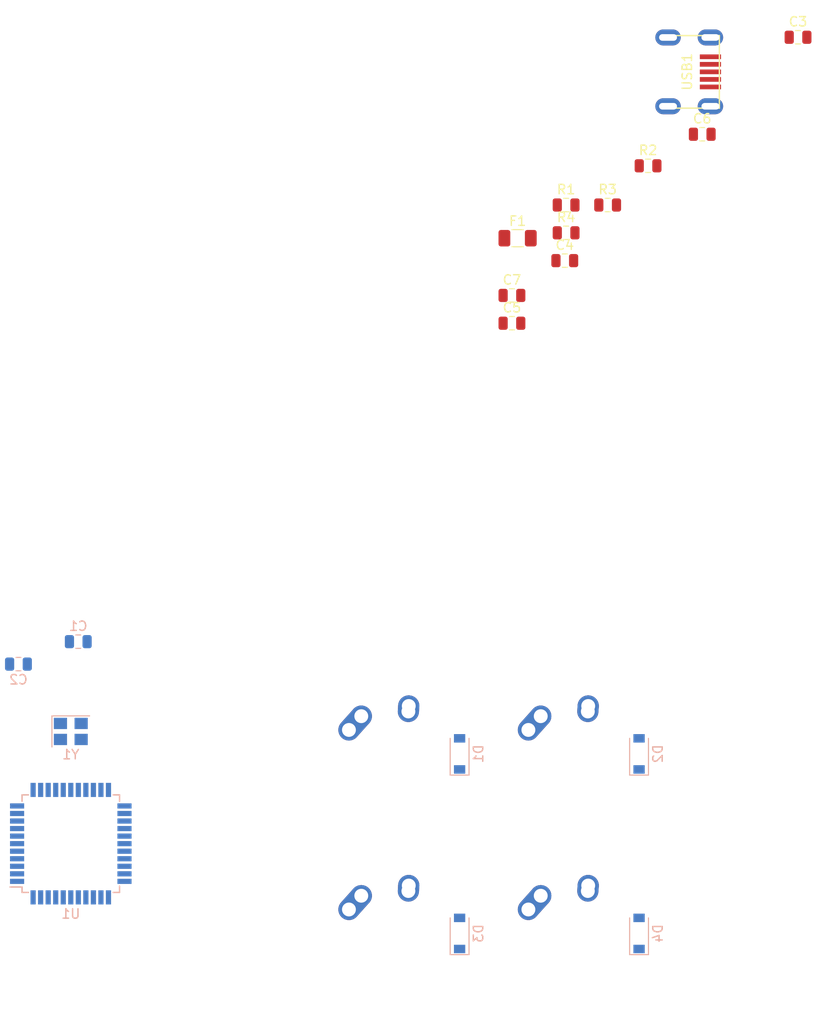
<source format=kicad_pcb>
(kicad_pcb (version 20171130) (host pcbnew "(5.1.4)-1")

  (general
    (thickness 1.6)
    (drawings 0)
    (tracks 0)
    (zones 0)
    (modules 23)
    (nets 49)
  )

  (page A4)
  (layers
    (0 F.Cu signal)
    (31 B.Cu signal)
    (32 B.Adhes user)
    (33 F.Adhes user)
    (34 B.Paste user)
    (35 F.Paste user)
    (36 B.SilkS user)
    (37 F.SilkS user)
    (38 B.Mask user)
    (39 F.Mask user)
    (40 Dwgs.User user)
    (41 Cmts.User user)
    (42 Eco1.User user)
    (43 Eco2.User user)
    (44 Edge.Cuts user)
    (45 Margin user)
    (46 B.CrtYd user)
    (47 F.CrtYd user)
    (48 B.Fab user)
    (49 F.Fab user)
  )

  (setup
    (last_trace_width 0.25)
    (trace_clearance 0.2)
    (zone_clearance 0.508)
    (zone_45_only no)
    (trace_min 0.2)
    (via_size 0.8)
    (via_drill 0.4)
    (via_min_size 0.4)
    (via_min_drill 0.3)
    (uvia_size 0.3)
    (uvia_drill 0.1)
    (uvias_allowed no)
    (uvia_min_size 0.2)
    (uvia_min_drill 0.1)
    (edge_width 0.05)
    (segment_width 0.2)
    (pcb_text_width 0.3)
    (pcb_text_size 1.5 1.5)
    (mod_edge_width 0.12)
    (mod_text_size 1 1)
    (mod_text_width 0.15)
    (pad_size 1.524 1.524)
    (pad_drill 0.762)
    (pad_to_mask_clearance 0.051)
    (solder_mask_min_width 0.25)
    (aux_axis_origin 0 0)
    (visible_elements FFFFFF7F)
    (pcbplotparams
      (layerselection 0x010fc_ffffffff)
      (usegerberextensions false)
      (usegerberattributes false)
      (usegerberadvancedattributes false)
      (creategerberjobfile false)
      (excludeedgelayer true)
      (linewidth 0.100000)
      (plotframeref false)
      (viasonmask false)
      (mode 1)
      (useauxorigin false)
      (hpglpennumber 1)
      (hpglpenspeed 20)
      (hpglpendiameter 15.000000)
      (psnegative false)
      (psa4output false)
      (plotreference true)
      (plotvalue true)
      (plotinvisibletext false)
      (padsonsilk false)
      (subtractmaskfromsilk false)
      (outputformat 1)
      (mirror false)
      (drillshape 1)
      (scaleselection 1)
      (outputdirectory ""))
  )

  (net 0 "")
  (net 1 GND)
  (net 2 "Net-(C1-Pad1)")
  (net 3 "Net-(C2-Pad1)")
  (net 4 "Net-(C3-Pad1)")
  (net 5 +5V)
  (net 6 "Net-(D1-Pad2)")
  (net 7 ROW0)
  (net 8 "Net-(D2-Pad2)")
  (net 9 "Net-(D3-Pad2)")
  (net 10 ROW1)
  (net 11 "Net-(D4-Pad2)")
  (net 12 VCC)
  (net 13 COL0)
  (net 14 COL1)
  (net 15 "Net-(R1-Pad2)")
  (net 16 D+)
  (net 17 "Net-(R2-Pad1)")
  (net 18 D-)
  (net 19 "Net-(R3-Pad1)")
  (net 20 "Net-(R4-Pad2)")
  (net 21 "Net-(U1-Pad42)")
  (net 22 "Net-(U1-Pad41)")
  (net 23 "Net-(U1-Pad40)")
  (net 24 "Net-(U1-Pad39)")
  (net 25 "Net-(U1-Pad38)")
  (net 26 "Net-(U1-Pad37)")
  (net 27 "Net-(U1-Pad36)")
  (net 28 "Net-(U1-Pad32)")
  (net 29 "Net-(U1-Pad31)")
  (net 30 "Net-(U1-Pad30)")
  (net 31 "Net-(U1-Pad29)")
  (net 32 "Net-(U1-Pad28)")
  (net 33 "Net-(U1-Pad27)")
  (net 34 "Net-(U1-Pad26)")
  (net 35 "Net-(U1-Pad25)")
  (net 36 "Net-(U1-Pad22)")
  (net 37 "Net-(U1-Pad21)")
  (net 38 "Net-(U1-Pad20)")
  (net 39 "Net-(U1-Pad19)")
  (net 40 "Net-(U1-Pad18)")
  (net 41 "Net-(U1-Pad12)")
  (net 42 "Net-(U1-Pad11)")
  (net 43 "Net-(U1-Pad10)")
  (net 44 "Net-(U1-Pad9)")
  (net 45 "Net-(U1-Pad8)")
  (net 46 "Net-(U1-Pad1)")
  (net 47 "Net-(USB1-Pad6)")
  (net 48 "Net-(USB1-Pad2)")

  (net_class Default "This is the default net class."
    (clearance 0.2)
    (trace_width 0.25)
    (via_dia 0.8)
    (via_drill 0.4)
    (uvia_dia 0.3)
    (uvia_drill 0.1)
    (add_net +5V)
    (add_net COL0)
    (add_net COL1)
    (add_net D+)
    (add_net D-)
    (add_net GND)
    (add_net "Net-(C1-Pad1)")
    (add_net "Net-(C2-Pad1)")
    (add_net "Net-(C3-Pad1)")
    (add_net "Net-(D1-Pad2)")
    (add_net "Net-(D2-Pad2)")
    (add_net "Net-(D3-Pad2)")
    (add_net "Net-(D4-Pad2)")
    (add_net "Net-(R1-Pad2)")
    (add_net "Net-(R2-Pad1)")
    (add_net "Net-(R3-Pad1)")
    (add_net "Net-(R4-Pad2)")
    (add_net "Net-(U1-Pad1)")
    (add_net "Net-(U1-Pad10)")
    (add_net "Net-(U1-Pad11)")
    (add_net "Net-(U1-Pad12)")
    (add_net "Net-(U1-Pad18)")
    (add_net "Net-(U1-Pad19)")
    (add_net "Net-(U1-Pad20)")
    (add_net "Net-(U1-Pad21)")
    (add_net "Net-(U1-Pad22)")
    (add_net "Net-(U1-Pad25)")
    (add_net "Net-(U1-Pad26)")
    (add_net "Net-(U1-Pad27)")
    (add_net "Net-(U1-Pad28)")
    (add_net "Net-(U1-Pad29)")
    (add_net "Net-(U1-Pad30)")
    (add_net "Net-(U1-Pad31)")
    (add_net "Net-(U1-Pad32)")
    (add_net "Net-(U1-Pad36)")
    (add_net "Net-(U1-Pad37)")
    (add_net "Net-(U1-Pad38)")
    (add_net "Net-(U1-Pad39)")
    (add_net "Net-(U1-Pad40)")
    (add_net "Net-(U1-Pad41)")
    (add_net "Net-(U1-Pad42)")
    (add_net "Net-(U1-Pad8)")
    (add_net "Net-(U1-Pad9)")
    (add_net "Net-(USB1-Pad2)")
    (add_net "Net-(USB1-Pad6)")
    (add_net ROW0)
    (add_net ROW1)
    (add_net VCC)
  )

  (module Crystal:Crystal_SMD_3225-4Pin_3.2x2.5mm (layer B.Cu) (tedit 5A0FD1B2) (tstamp 640EB3CF)
    (at 23.8125 99.21875)
    (descr "SMD Crystal SERIES SMD3225/4 http://www.txccrystal.com/images/pdf/7m-accuracy.pdf, 3.2x2.5mm^2 package")
    (tags "SMD SMT crystal")
    (path /64114216)
    (attr smd)
    (fp_text reference Y1 (at 0 2.45) (layer B.SilkS)
      (effects (font (size 1 1) (thickness 0.15)) (justify mirror))
    )
    (fp_text value 16MHz (at 0 -2.45) (layer B.Fab)
      (effects (font (size 1 1) (thickness 0.15)) (justify mirror))
    )
    (fp_line (start 2.1 1.7) (end -2.1 1.7) (layer B.CrtYd) (width 0.05))
    (fp_line (start 2.1 -1.7) (end 2.1 1.7) (layer B.CrtYd) (width 0.05))
    (fp_line (start -2.1 -1.7) (end 2.1 -1.7) (layer B.CrtYd) (width 0.05))
    (fp_line (start -2.1 1.7) (end -2.1 -1.7) (layer B.CrtYd) (width 0.05))
    (fp_line (start -2 -1.65) (end 2 -1.65) (layer B.SilkS) (width 0.12))
    (fp_line (start -2 1.65) (end -2 -1.65) (layer B.SilkS) (width 0.12))
    (fp_line (start -1.6 -0.25) (end -0.6 -1.25) (layer B.Fab) (width 0.1))
    (fp_line (start 1.6 1.25) (end -1.6 1.25) (layer B.Fab) (width 0.1))
    (fp_line (start 1.6 -1.25) (end 1.6 1.25) (layer B.Fab) (width 0.1))
    (fp_line (start -1.6 -1.25) (end 1.6 -1.25) (layer B.Fab) (width 0.1))
    (fp_line (start -1.6 1.25) (end -1.6 -1.25) (layer B.Fab) (width 0.1))
    (fp_text user %R (at 0 0) (layer B.Fab)
      (effects (font (size 0.7 0.7) (thickness 0.105)) (justify mirror))
    )
    (pad 4 smd rect (at -1.1 0.85) (size 1.4 1.2) (layers B.Cu B.Paste B.Mask)
      (net 1 GND))
    (pad 3 smd rect (at 1.1 0.85) (size 1.4 1.2) (layers B.Cu B.Paste B.Mask)
      (net 3 "Net-(C2-Pad1)"))
    (pad 2 smd rect (at 1.1 -0.85) (size 1.4 1.2) (layers B.Cu B.Paste B.Mask)
      (net 1 GND))
    (pad 1 smd rect (at -1.1 -0.85) (size 1.4 1.2) (layers B.Cu B.Paste B.Mask)
      (net 2 "Net-(C1-Pad1)"))
    (model ${KISYS3DMOD}/Crystal.3dshapes/Crystal_SMD_3225-4Pin_3.2x2.5mm.wrl
      (at (xyz 0 0 0))
      (scale (xyz 1 1 1))
      (rotate (xyz 0 0 0))
    )
  )

  (module random-keyboard-parts:Molex-0548190589 (layer F.Cu) (tedit 5C494815) (tstamp 640EB3BB)
    (at 87.21375 29.23825)
    (path /64127254)
    (attr smd)
    (fp_text reference USB1 (at 2.032 0 90) (layer F.SilkS)
      (effects (font (size 1 1) (thickness 0.15)))
    )
    (fp_text value Molex-0548190589 (at -5.08 0 90) (layer Dwgs.User)
      (effects (font (size 1 1) (thickness 0.15)))
    )
    (fp_text user %R (at 2 0 90) (layer F.CrtYd)
      (effects (font (size 1 1) (thickness 0.15)))
    )
    (fp_line (start 3.25 -1.25) (end 5.5 -1.25) (layer F.CrtYd) (width 0.15))
    (fp_line (start 5.5 -0.5) (end 3.25 -0.5) (layer F.CrtYd) (width 0.15))
    (fp_line (start 3.25 0.5) (end 5.5 0.5) (layer F.CrtYd) (width 0.15))
    (fp_line (start 5.5 1.25) (end 3.25 1.25) (layer F.CrtYd) (width 0.15))
    (fp_line (start 3.25 2) (end 5.5 2) (layer F.CrtYd) (width 0.15))
    (fp_line (start 3.25 -2) (end 3.25 2) (layer F.CrtYd) (width 0.15))
    (fp_line (start 5.5 -2) (end 3.25 -2) (layer F.CrtYd) (width 0.15))
    (fp_line (start -3.75 3.75) (end -3.75 -3.75) (layer F.CrtYd) (width 0.15))
    (fp_line (start 5.5 3.75) (end -3.75 3.75) (layer F.CrtYd) (width 0.15))
    (fp_line (start 5.5 -3.75) (end 5.5 3.75) (layer F.CrtYd) (width 0.15))
    (fp_line (start -3.75 -3.75) (end 5.5 -3.75) (layer F.CrtYd) (width 0.15))
    (fp_line (start 0 -3.85) (end 5.45 -3.85) (layer F.SilkS) (width 0.15))
    (fp_line (start 0 3.85) (end 5.45 3.85) (layer F.SilkS) (width 0.15))
    (fp_line (start 5.45 -3.85) (end 5.45 3.85) (layer F.SilkS) (width 0.15))
    (fp_line (start -3.75 -3.85) (end 0 -3.85) (layer Dwgs.User) (width 0.15))
    (fp_line (start -3.75 3.85) (end 0 3.85) (layer Dwgs.User) (width 0.15))
    (fp_line (start -1.75 -4.572) (end -1.75 4.572) (layer Dwgs.User) (width 0.15))
    (fp_line (start -3.75 -3.85) (end -3.75 3.85) (layer Dwgs.User) (width 0.15))
    (pad 6 thru_hole oval (at 0 -3.65) (size 2.7 1.7) (drill oval 1.9 0.7) (layers *.Cu *.Mask)
      (net 47 "Net-(USB1-Pad6)"))
    (pad 6 thru_hole oval (at 0 3.65) (size 2.7 1.7) (drill oval 1.9 0.7) (layers *.Cu *.Mask)
      (net 47 "Net-(USB1-Pad6)"))
    (pad 6 thru_hole oval (at 4.5 3.65) (size 2.7 1.7) (drill oval 1.9 0.7) (layers *.Cu *.Mask)
      (net 47 "Net-(USB1-Pad6)"))
    (pad 6 thru_hole oval (at 4.5 -3.65) (size 2.7 1.7) (drill oval 1.9 0.7) (layers *.Cu *.Mask)
      (net 47 "Net-(USB1-Pad6)"))
    (pad 5 smd rect (at 4.5 -1.6) (size 2.25 0.5) (layers F.Cu F.Paste F.Mask)
      (net 12 VCC))
    (pad 4 smd rect (at 4.5 -0.8) (size 2.25 0.5) (layers F.Cu F.Paste F.Mask)
      (net 18 D-))
    (pad 3 smd rect (at 4.5 0) (size 2.25 0.5) (layers F.Cu F.Paste F.Mask)
      (net 16 D+))
    (pad 2 smd rect (at 4.5 0.8) (size 2.25 0.5) (layers F.Cu F.Paste F.Mask)
      (net 48 "Net-(USB1-Pad2)"))
    (pad 1 smd rect (at 4.5 1.6) (size 2.25 0.5) (layers F.Cu F.Paste F.Mask)
      (net 1 GND))
  )

  (module Package_QFP:TQFP-44_10x10mm_P0.8mm (layer B.Cu) (tedit 5A02F146) (tstamp 640EB39B)
    (at 23.8125 111.125)
    (descr "44-Lead Plastic Thin Quad Flatpack (PT) - 10x10x1.0 mm Body [TQFP] (see Microchip Packaging Specification 00000049BS.pdf)")
    (tags "QFP 0.8")
    (path /640E584A)
    (attr smd)
    (fp_text reference U1 (at 0 7.45) (layer B.SilkS)
      (effects (font (size 1 1) (thickness 0.15)) (justify mirror))
    )
    (fp_text value ATmega32U4-AU (at 0 -7.45) (layer B.Fab)
      (effects (font (size 1 1) (thickness 0.15)) (justify mirror))
    )
    (fp_line (start -5.175 4.6) (end -6.45 4.6) (layer B.SilkS) (width 0.15))
    (fp_line (start 5.175 5.175) (end 4.5 5.175) (layer B.SilkS) (width 0.15))
    (fp_line (start 5.175 -5.175) (end 4.5 -5.175) (layer B.SilkS) (width 0.15))
    (fp_line (start -5.175 -5.175) (end -4.5 -5.175) (layer B.SilkS) (width 0.15))
    (fp_line (start -5.175 5.175) (end -4.5 5.175) (layer B.SilkS) (width 0.15))
    (fp_line (start -5.175 -5.175) (end -5.175 -4.5) (layer B.SilkS) (width 0.15))
    (fp_line (start 5.175 -5.175) (end 5.175 -4.5) (layer B.SilkS) (width 0.15))
    (fp_line (start 5.175 5.175) (end 5.175 4.5) (layer B.SilkS) (width 0.15))
    (fp_line (start -5.175 5.175) (end -5.175 4.6) (layer B.SilkS) (width 0.15))
    (fp_line (start -6.7 -6.7) (end 6.7 -6.7) (layer B.CrtYd) (width 0.05))
    (fp_line (start -6.7 6.7) (end 6.7 6.7) (layer B.CrtYd) (width 0.05))
    (fp_line (start 6.7 6.7) (end 6.7 -6.7) (layer B.CrtYd) (width 0.05))
    (fp_line (start -6.7 6.7) (end -6.7 -6.7) (layer B.CrtYd) (width 0.05))
    (fp_line (start -5 4) (end -4 5) (layer B.Fab) (width 0.15))
    (fp_line (start -5 -5) (end -5 4) (layer B.Fab) (width 0.15))
    (fp_line (start 5 -5) (end -5 -5) (layer B.Fab) (width 0.15))
    (fp_line (start 5 5) (end 5 -5) (layer B.Fab) (width 0.15))
    (fp_line (start -4 5) (end 5 5) (layer B.Fab) (width 0.15))
    (fp_text user %R (at 0 0) (layer B.Fab)
      (effects (font (size 1 1) (thickness 0.15)) (justify mirror))
    )
    (pad 44 smd rect (at -4 5.7 270) (size 1.5 0.55) (layers B.Cu B.Paste B.Mask)
      (net 5 +5V))
    (pad 43 smd rect (at -3.2 5.7 270) (size 1.5 0.55) (layers B.Cu B.Paste B.Mask)
      (net 1 GND))
    (pad 42 smd rect (at -2.4 5.7 270) (size 1.5 0.55) (layers B.Cu B.Paste B.Mask)
      (net 21 "Net-(U1-Pad42)"))
    (pad 41 smd rect (at -1.6 5.7 270) (size 1.5 0.55) (layers B.Cu B.Paste B.Mask)
      (net 22 "Net-(U1-Pad41)"))
    (pad 40 smd rect (at -0.8 5.7 270) (size 1.5 0.55) (layers B.Cu B.Paste B.Mask)
      (net 23 "Net-(U1-Pad40)"))
    (pad 39 smd rect (at 0 5.7 270) (size 1.5 0.55) (layers B.Cu B.Paste B.Mask)
      (net 24 "Net-(U1-Pad39)"))
    (pad 38 smd rect (at 0.8 5.7 270) (size 1.5 0.55) (layers B.Cu B.Paste B.Mask)
      (net 25 "Net-(U1-Pad38)"))
    (pad 37 smd rect (at 1.6 5.7 270) (size 1.5 0.55) (layers B.Cu B.Paste B.Mask)
      (net 26 "Net-(U1-Pad37)"))
    (pad 36 smd rect (at 2.4 5.7 270) (size 1.5 0.55) (layers B.Cu B.Paste B.Mask)
      (net 27 "Net-(U1-Pad36)"))
    (pad 35 smd rect (at 3.2 5.7 270) (size 1.5 0.55) (layers B.Cu B.Paste B.Mask)
      (net 1 GND))
    (pad 34 smd rect (at 4 5.7 270) (size 1.5 0.55) (layers B.Cu B.Paste B.Mask)
      (net 5 +5V))
    (pad 33 smd rect (at 5.7 4) (size 1.5 0.55) (layers B.Cu B.Paste B.Mask)
      (net 20 "Net-(R4-Pad2)"))
    (pad 32 smd rect (at 5.7 3.2) (size 1.5 0.55) (layers B.Cu B.Paste B.Mask)
      (net 28 "Net-(U1-Pad32)"))
    (pad 31 smd rect (at 5.7 2.4) (size 1.5 0.55) (layers B.Cu B.Paste B.Mask)
      (net 29 "Net-(U1-Pad31)"))
    (pad 30 smd rect (at 5.7 1.6) (size 1.5 0.55) (layers B.Cu B.Paste B.Mask)
      (net 30 "Net-(U1-Pad30)"))
    (pad 29 smd rect (at 5.7 0.8) (size 1.5 0.55) (layers B.Cu B.Paste B.Mask)
      (net 31 "Net-(U1-Pad29)"))
    (pad 28 smd rect (at 5.7 0) (size 1.5 0.55) (layers B.Cu B.Paste B.Mask)
      (net 32 "Net-(U1-Pad28)"))
    (pad 27 smd rect (at 5.7 -0.8) (size 1.5 0.55) (layers B.Cu B.Paste B.Mask)
      (net 33 "Net-(U1-Pad27)"))
    (pad 26 smd rect (at 5.7 -1.6) (size 1.5 0.55) (layers B.Cu B.Paste B.Mask)
      (net 34 "Net-(U1-Pad26)"))
    (pad 25 smd rect (at 5.7 -2.4) (size 1.5 0.55) (layers B.Cu B.Paste B.Mask)
      (net 35 "Net-(U1-Pad25)"))
    (pad 24 smd rect (at 5.7 -3.2) (size 1.5 0.55) (layers B.Cu B.Paste B.Mask)
      (net 5 +5V))
    (pad 23 smd rect (at 5.7 -4) (size 1.5 0.55) (layers B.Cu B.Paste B.Mask)
      (net 1 GND))
    (pad 22 smd rect (at 4 -5.7 270) (size 1.5 0.55) (layers B.Cu B.Paste B.Mask)
      (net 36 "Net-(U1-Pad22)"))
    (pad 21 smd rect (at 3.2 -5.7 270) (size 1.5 0.55) (layers B.Cu B.Paste B.Mask)
      (net 37 "Net-(U1-Pad21)"))
    (pad 20 smd rect (at 2.4 -5.7 270) (size 1.5 0.55) (layers B.Cu B.Paste B.Mask)
      (net 38 "Net-(U1-Pad20)"))
    (pad 19 smd rect (at 1.6 -5.7 270) (size 1.5 0.55) (layers B.Cu B.Paste B.Mask)
      (net 39 "Net-(U1-Pad19)"))
    (pad 18 smd rect (at 0.8 -5.7 270) (size 1.5 0.55) (layers B.Cu B.Paste B.Mask)
      (net 40 "Net-(U1-Pad18)"))
    (pad 17 smd rect (at 0 -5.7 270) (size 1.5 0.55) (layers B.Cu B.Paste B.Mask)
      (net 2 "Net-(C1-Pad1)"))
    (pad 16 smd rect (at -0.8 -5.7 270) (size 1.5 0.55) (layers B.Cu B.Paste B.Mask)
      (net 3 "Net-(C2-Pad1)"))
    (pad 15 smd rect (at -1.6 -5.7 270) (size 1.5 0.55) (layers B.Cu B.Paste B.Mask)
      (net 1 GND))
    (pad 14 smd rect (at -2.4 -5.7 270) (size 1.5 0.55) (layers B.Cu B.Paste B.Mask)
      (net 5 +5V))
    (pad 13 smd rect (at -3.2 -5.7 270) (size 1.5 0.55) (layers B.Cu B.Paste B.Mask)
      (net 15 "Net-(R1-Pad2)"))
    (pad 12 smd rect (at -4 -5.7 270) (size 1.5 0.55) (layers B.Cu B.Paste B.Mask)
      (net 41 "Net-(U1-Pad12)"))
    (pad 11 smd rect (at -5.7 -4) (size 1.5 0.55) (layers B.Cu B.Paste B.Mask)
      (net 42 "Net-(U1-Pad11)"))
    (pad 10 smd rect (at -5.7 -3.2) (size 1.5 0.55) (layers B.Cu B.Paste B.Mask)
      (net 43 "Net-(U1-Pad10)"))
    (pad 9 smd rect (at -5.7 -2.4) (size 1.5 0.55) (layers B.Cu B.Paste B.Mask)
      (net 44 "Net-(U1-Pad9)"))
    (pad 8 smd rect (at -5.7 -1.6) (size 1.5 0.55) (layers B.Cu B.Paste B.Mask)
      (net 45 "Net-(U1-Pad8)"))
    (pad 7 smd rect (at -5.7 -0.8) (size 1.5 0.55) (layers B.Cu B.Paste B.Mask)
      (net 5 +5V))
    (pad 6 smd rect (at -5.7 0) (size 1.5 0.55) (layers B.Cu B.Paste B.Mask)
      (net 4 "Net-(C3-Pad1)"))
    (pad 5 smd rect (at -5.7 0.8) (size 1.5 0.55) (layers B.Cu B.Paste B.Mask)
      (net 1 GND))
    (pad 4 smd rect (at -5.7 1.6) (size 1.5 0.55) (layers B.Cu B.Paste B.Mask)
      (net 17 "Net-(R2-Pad1)"))
    (pad 3 smd rect (at -5.7 2.4) (size 1.5 0.55) (layers B.Cu B.Paste B.Mask)
      (net 19 "Net-(R3-Pad1)"))
    (pad 2 smd rect (at -5.7 3.2) (size 1.5 0.55) (layers B.Cu B.Paste B.Mask)
      (net 5 +5V))
    (pad 1 smd rect (at -5.7 4) (size 1.5 0.55) (layers B.Cu B.Paste B.Mask)
      (net 46 "Net-(U1-Pad1)"))
    (model ${KISYS3DMOD}/Package_QFP.3dshapes/TQFP-44_10x10mm_P0.8mm.wrl
      (at (xyz 0 0 0))
      (scale (xyz 1 1 1))
      (rotate (xyz 0 0 0))
    )
  )

  (module Resistor_SMD:R_0805_2012Metric (layer F.Cu) (tedit 5B36C52B) (tstamp 640EB358)
    (at 76.39375 46.31625)
    (descr "Resistor SMD 0805 (2012 Metric), square (rectangular) end terminal, IPC_7351 nominal, (Body size source: https://docs.google.com/spreadsheets/d/1BsfQQcO9C6DZCsRaXUlFlo91Tg2WpOkGARC1WS5S8t0/edit?usp=sharing), generated with kicad-footprint-generator")
    (tags resistor)
    (path /640F18FC)
    (attr smd)
    (fp_text reference R4 (at 0 -1.65) (layer F.SilkS)
      (effects (font (size 1 1) (thickness 0.15)))
    )
    (fp_text value 10k (at 0 1.65) (layer F.Fab)
      (effects (font (size 1 1) (thickness 0.15)))
    )
    (fp_text user %R (at 0 0) (layer F.Fab)
      (effects (font (size 0.5 0.5) (thickness 0.08)))
    )
    (fp_line (start 1.68 0.95) (end -1.68 0.95) (layer F.CrtYd) (width 0.05))
    (fp_line (start 1.68 -0.95) (end 1.68 0.95) (layer F.CrtYd) (width 0.05))
    (fp_line (start -1.68 -0.95) (end 1.68 -0.95) (layer F.CrtYd) (width 0.05))
    (fp_line (start -1.68 0.95) (end -1.68 -0.95) (layer F.CrtYd) (width 0.05))
    (fp_line (start -0.258578 0.71) (end 0.258578 0.71) (layer F.SilkS) (width 0.12))
    (fp_line (start -0.258578 -0.71) (end 0.258578 -0.71) (layer F.SilkS) (width 0.12))
    (fp_line (start 1 0.6) (end -1 0.6) (layer F.Fab) (width 0.1))
    (fp_line (start 1 -0.6) (end 1 0.6) (layer F.Fab) (width 0.1))
    (fp_line (start -1 -0.6) (end 1 -0.6) (layer F.Fab) (width 0.1))
    (fp_line (start -1 0.6) (end -1 -0.6) (layer F.Fab) (width 0.1))
    (pad 2 smd roundrect (at 0.9375 0) (size 0.975 1.4) (layers F.Cu F.Paste F.Mask) (roundrect_rratio 0.25)
      (net 20 "Net-(R4-Pad2)"))
    (pad 1 smd roundrect (at -0.9375 0) (size 0.975 1.4) (layers F.Cu F.Paste F.Mask) (roundrect_rratio 0.25)
      (net 1 GND))
    (model ${KISYS3DMOD}/Resistor_SMD.3dshapes/R_0805_2012Metric.wrl
      (at (xyz 0 0 0))
      (scale (xyz 1 1 1))
      (rotate (xyz 0 0 0))
    )
  )

  (module Resistor_SMD:R_0805_2012Metric (layer F.Cu) (tedit 5B36C52B) (tstamp 640EB347)
    (at 80.80375 43.36625)
    (descr "Resistor SMD 0805 (2012 Metric), square (rectangular) end terminal, IPC_7351 nominal, (Body size source: https://docs.google.com/spreadsheets/d/1BsfQQcO9C6DZCsRaXUlFlo91Tg2WpOkGARC1WS5S8t0/edit?usp=sharing), generated with kicad-footprint-generator")
    (tags resistor)
    (path /64101B14)
    (attr smd)
    (fp_text reference R3 (at 0 -1.65) (layer F.SilkS)
      (effects (font (size 1 1) (thickness 0.15)))
    )
    (fp_text value 22 (at 0 1.65) (layer F.Fab)
      (effects (font (size 1 1) (thickness 0.15)))
    )
    (fp_text user %R (at 0 0) (layer F.Fab)
      (effects (font (size 0.5 0.5) (thickness 0.08)))
    )
    (fp_line (start 1.68 0.95) (end -1.68 0.95) (layer F.CrtYd) (width 0.05))
    (fp_line (start 1.68 -0.95) (end 1.68 0.95) (layer F.CrtYd) (width 0.05))
    (fp_line (start -1.68 -0.95) (end 1.68 -0.95) (layer F.CrtYd) (width 0.05))
    (fp_line (start -1.68 0.95) (end -1.68 -0.95) (layer F.CrtYd) (width 0.05))
    (fp_line (start -0.258578 0.71) (end 0.258578 0.71) (layer F.SilkS) (width 0.12))
    (fp_line (start -0.258578 -0.71) (end 0.258578 -0.71) (layer F.SilkS) (width 0.12))
    (fp_line (start 1 0.6) (end -1 0.6) (layer F.Fab) (width 0.1))
    (fp_line (start 1 -0.6) (end 1 0.6) (layer F.Fab) (width 0.1))
    (fp_line (start -1 -0.6) (end 1 -0.6) (layer F.Fab) (width 0.1))
    (fp_line (start -1 0.6) (end -1 -0.6) (layer F.Fab) (width 0.1))
    (pad 2 smd roundrect (at 0.9375 0) (size 0.975 1.4) (layers F.Cu F.Paste F.Mask) (roundrect_rratio 0.25)
      (net 18 D-))
    (pad 1 smd roundrect (at -0.9375 0) (size 0.975 1.4) (layers F.Cu F.Paste F.Mask) (roundrect_rratio 0.25)
      (net 19 "Net-(R3-Pad1)"))
    (model ${KISYS3DMOD}/Resistor_SMD.3dshapes/R_0805_2012Metric.wrl
      (at (xyz 0 0 0))
      (scale (xyz 1 1 1))
      (rotate (xyz 0 0 0))
    )
  )

  (module Resistor_SMD:R_0805_2012Metric (layer F.Cu) (tedit 5B36C52B) (tstamp 640EB336)
    (at 85.09375 39.20625)
    (descr "Resistor SMD 0805 (2012 Metric), square (rectangular) end terminal, IPC_7351 nominal, (Body size source: https://docs.google.com/spreadsheets/d/1BsfQQcO9C6DZCsRaXUlFlo91Tg2WpOkGARC1WS5S8t0/edit?usp=sharing), generated with kicad-footprint-generator")
    (tags resistor)
    (path /64100445)
    (attr smd)
    (fp_text reference R2 (at 0 -1.65) (layer F.SilkS)
      (effects (font (size 1 1) (thickness 0.15)))
    )
    (fp_text value 22 (at 0 1.65) (layer F.Fab)
      (effects (font (size 1 1) (thickness 0.15)))
    )
    (fp_text user %R (at 0 0) (layer F.Fab)
      (effects (font (size 0.5 0.5) (thickness 0.08)))
    )
    (fp_line (start 1.68 0.95) (end -1.68 0.95) (layer F.CrtYd) (width 0.05))
    (fp_line (start 1.68 -0.95) (end 1.68 0.95) (layer F.CrtYd) (width 0.05))
    (fp_line (start -1.68 -0.95) (end 1.68 -0.95) (layer F.CrtYd) (width 0.05))
    (fp_line (start -1.68 0.95) (end -1.68 -0.95) (layer F.CrtYd) (width 0.05))
    (fp_line (start -0.258578 0.71) (end 0.258578 0.71) (layer F.SilkS) (width 0.12))
    (fp_line (start -0.258578 -0.71) (end 0.258578 -0.71) (layer F.SilkS) (width 0.12))
    (fp_line (start 1 0.6) (end -1 0.6) (layer F.Fab) (width 0.1))
    (fp_line (start 1 -0.6) (end 1 0.6) (layer F.Fab) (width 0.1))
    (fp_line (start -1 -0.6) (end 1 -0.6) (layer F.Fab) (width 0.1))
    (fp_line (start -1 0.6) (end -1 -0.6) (layer F.Fab) (width 0.1))
    (pad 2 smd roundrect (at 0.9375 0) (size 0.975 1.4) (layers F.Cu F.Paste F.Mask) (roundrect_rratio 0.25)
      (net 16 D+))
    (pad 1 smd roundrect (at -0.9375 0) (size 0.975 1.4) (layers F.Cu F.Paste F.Mask) (roundrect_rratio 0.25)
      (net 17 "Net-(R2-Pad1)"))
    (model ${KISYS3DMOD}/Resistor_SMD.3dshapes/R_0805_2012Metric.wrl
      (at (xyz 0 0 0))
      (scale (xyz 1 1 1))
      (rotate (xyz 0 0 0))
    )
  )

  (module Resistor_SMD:R_0805_2012Metric (layer F.Cu) (tedit 5B36C52B) (tstamp 640EB325)
    (at 76.39375 43.36625)
    (descr "Resistor SMD 0805 (2012 Metric), square (rectangular) end terminal, IPC_7351 nominal, (Body size source: https://docs.google.com/spreadsheets/d/1BsfQQcO9C6DZCsRaXUlFlo91Tg2WpOkGARC1WS5S8t0/edit?usp=sharing), generated with kicad-footprint-generator")
    (tags resistor)
    (path /64122723)
    (attr smd)
    (fp_text reference R1 (at 0 -1.65) (layer F.SilkS)
      (effects (font (size 1 1) (thickness 0.15)))
    )
    (fp_text value 10k (at 0 1.65) (layer F.Fab)
      (effects (font (size 1 1) (thickness 0.15)))
    )
    (fp_text user %R (at 0 0) (layer F.Fab)
      (effects (font (size 0.5 0.5) (thickness 0.08)))
    )
    (fp_line (start 1.68 0.95) (end -1.68 0.95) (layer F.CrtYd) (width 0.05))
    (fp_line (start 1.68 -0.95) (end 1.68 0.95) (layer F.CrtYd) (width 0.05))
    (fp_line (start -1.68 -0.95) (end 1.68 -0.95) (layer F.CrtYd) (width 0.05))
    (fp_line (start -1.68 0.95) (end -1.68 -0.95) (layer F.CrtYd) (width 0.05))
    (fp_line (start -0.258578 0.71) (end 0.258578 0.71) (layer F.SilkS) (width 0.12))
    (fp_line (start -0.258578 -0.71) (end 0.258578 -0.71) (layer F.SilkS) (width 0.12))
    (fp_line (start 1 0.6) (end -1 0.6) (layer F.Fab) (width 0.1))
    (fp_line (start 1 -0.6) (end 1 0.6) (layer F.Fab) (width 0.1))
    (fp_line (start -1 -0.6) (end 1 -0.6) (layer F.Fab) (width 0.1))
    (fp_line (start -1 0.6) (end -1 -0.6) (layer F.Fab) (width 0.1))
    (pad 2 smd roundrect (at 0.9375 0) (size 0.975 1.4) (layers F.Cu F.Paste F.Mask) (roundrect_rratio 0.25)
      (net 15 "Net-(R1-Pad2)"))
    (pad 1 smd roundrect (at -0.9375 0) (size 0.975 1.4) (layers F.Cu F.Paste F.Mask) (roundrect_rratio 0.25)
      (net 5 +5V))
    (model ${KISYS3DMOD}/Resistor_SMD.3dshapes/R_0805_2012Metric.wrl
      (at (xyz 0 0 0))
      (scale (xyz 1 1 1))
      (rotate (xyz 0 0 0))
    )
  )

  (module MX_Alps_Hybrid:MX-1U-NoLED (layer F.Cu) (tedit 5A9F5203) (tstamp 640EB314)
    (at 76.2 120.65)
    (path /6413AD5A)
    (fp_text reference MX4 (at 0 3.175) (layer Dwgs.User)
      (effects (font (size 1 1) (thickness 0.15)))
    )
    (fp_text value MX-NoLED (at 0 -7.9375) (layer Dwgs.User)
      (effects (font (size 1 1) (thickness 0.15)))
    )
    (fp_line (start -9.525 9.525) (end -9.525 -9.525) (layer Dwgs.User) (width 0.15))
    (fp_line (start 9.525 9.525) (end -9.525 9.525) (layer Dwgs.User) (width 0.15))
    (fp_line (start 9.525 -9.525) (end 9.525 9.525) (layer Dwgs.User) (width 0.15))
    (fp_line (start -9.525 -9.525) (end 9.525 -9.525) (layer Dwgs.User) (width 0.15))
    (fp_line (start -7 -7) (end -7 -5) (layer Dwgs.User) (width 0.15))
    (fp_line (start -5 -7) (end -7 -7) (layer Dwgs.User) (width 0.15))
    (fp_line (start -7 7) (end -5 7) (layer Dwgs.User) (width 0.15))
    (fp_line (start -7 5) (end -7 7) (layer Dwgs.User) (width 0.15))
    (fp_line (start 7 7) (end 7 5) (layer Dwgs.User) (width 0.15))
    (fp_line (start 5 7) (end 7 7) (layer Dwgs.User) (width 0.15))
    (fp_line (start 7 -7) (end 7 -5) (layer Dwgs.User) (width 0.15))
    (fp_line (start 5 -7) (end 7 -7) (layer Dwgs.User) (width 0.15))
    (pad "" np_thru_hole circle (at 5.08 0 48.0996) (size 1.75 1.75) (drill 1.75) (layers *.Cu *.Mask))
    (pad "" np_thru_hole circle (at -5.08 0 48.0996) (size 1.75 1.75) (drill 1.75) (layers *.Cu *.Mask))
    (pad 1 thru_hole circle (at -2.5 -4) (size 2.25 2.25) (drill 1.47) (layers *.Cu B.Mask)
      (net 14 COL1))
    (pad "" np_thru_hole circle (at 0 0) (size 3.9878 3.9878) (drill 3.9878) (layers *.Cu *.Mask))
    (pad 1 thru_hole oval (at -3.81 -2.54 48.0996) (size 4.211556 2.25) (drill 1.47 (offset 0.980778 0)) (layers *.Cu B.Mask)
      (net 14 COL1))
    (pad 2 thru_hole circle (at 2.54 -5.08) (size 2.25 2.25) (drill 1.47) (layers *.Cu B.Mask)
      (net 11 "Net-(D4-Pad2)"))
    (pad 2 thru_hole oval (at 2.5 -4.5 86.0548) (size 2.831378 2.25) (drill 1.47 (offset 0.290689 0)) (layers *.Cu B.Mask)
      (net 11 "Net-(D4-Pad2)"))
  )

  (module MX_Alps_Hybrid:MX-1U-NoLED (layer F.Cu) (tedit 5A9F5203) (tstamp 640EB2FD)
    (at 57.15 120.65)
    (path /6413A458)
    (fp_text reference MX3 (at 0 3.175) (layer Dwgs.User)
      (effects (font (size 1 1) (thickness 0.15)))
    )
    (fp_text value MX-NoLED (at 0 -7.9375) (layer Dwgs.User)
      (effects (font (size 1 1) (thickness 0.15)))
    )
    (fp_line (start -9.525 9.525) (end -9.525 -9.525) (layer Dwgs.User) (width 0.15))
    (fp_line (start 9.525 9.525) (end -9.525 9.525) (layer Dwgs.User) (width 0.15))
    (fp_line (start 9.525 -9.525) (end 9.525 9.525) (layer Dwgs.User) (width 0.15))
    (fp_line (start -9.525 -9.525) (end 9.525 -9.525) (layer Dwgs.User) (width 0.15))
    (fp_line (start -7 -7) (end -7 -5) (layer Dwgs.User) (width 0.15))
    (fp_line (start -5 -7) (end -7 -7) (layer Dwgs.User) (width 0.15))
    (fp_line (start -7 7) (end -5 7) (layer Dwgs.User) (width 0.15))
    (fp_line (start -7 5) (end -7 7) (layer Dwgs.User) (width 0.15))
    (fp_line (start 7 7) (end 7 5) (layer Dwgs.User) (width 0.15))
    (fp_line (start 5 7) (end 7 7) (layer Dwgs.User) (width 0.15))
    (fp_line (start 7 -7) (end 7 -5) (layer Dwgs.User) (width 0.15))
    (fp_line (start 5 -7) (end 7 -7) (layer Dwgs.User) (width 0.15))
    (pad "" np_thru_hole circle (at 5.08 0 48.0996) (size 1.75 1.75) (drill 1.75) (layers *.Cu *.Mask))
    (pad "" np_thru_hole circle (at -5.08 0 48.0996) (size 1.75 1.75) (drill 1.75) (layers *.Cu *.Mask))
    (pad 1 thru_hole circle (at -2.5 -4) (size 2.25 2.25) (drill 1.47) (layers *.Cu B.Mask)
      (net 13 COL0))
    (pad "" np_thru_hole circle (at 0 0) (size 3.9878 3.9878) (drill 3.9878) (layers *.Cu *.Mask))
    (pad 1 thru_hole oval (at -3.81 -2.54 48.0996) (size 4.211556 2.25) (drill 1.47 (offset 0.980778 0)) (layers *.Cu B.Mask)
      (net 13 COL0))
    (pad 2 thru_hole circle (at 2.54 -5.08) (size 2.25 2.25) (drill 1.47) (layers *.Cu B.Mask)
      (net 9 "Net-(D3-Pad2)"))
    (pad 2 thru_hole oval (at 2.5 -4.5 86.0548) (size 2.831378 2.25) (drill 1.47 (offset 0.290689 0)) (layers *.Cu B.Mask)
      (net 9 "Net-(D3-Pad2)"))
  )

  (module MX_Alps_Hybrid:MX-1U-NoLED (layer F.Cu) (tedit 5A9F5203) (tstamp 640EB2E6)
    (at 76.2 101.6)
    (path /64131CD2)
    (fp_text reference MX2 (at 0 3.175) (layer Dwgs.User)
      (effects (font (size 1 1) (thickness 0.15)))
    )
    (fp_text value MX-NoLED (at 0 -7.9375) (layer Dwgs.User)
      (effects (font (size 1 1) (thickness 0.15)))
    )
    (fp_line (start -9.525 9.525) (end -9.525 -9.525) (layer Dwgs.User) (width 0.15))
    (fp_line (start 9.525 9.525) (end -9.525 9.525) (layer Dwgs.User) (width 0.15))
    (fp_line (start 9.525 -9.525) (end 9.525 9.525) (layer Dwgs.User) (width 0.15))
    (fp_line (start -9.525 -9.525) (end 9.525 -9.525) (layer Dwgs.User) (width 0.15))
    (fp_line (start -7 -7) (end -7 -5) (layer Dwgs.User) (width 0.15))
    (fp_line (start -5 -7) (end -7 -7) (layer Dwgs.User) (width 0.15))
    (fp_line (start -7 7) (end -5 7) (layer Dwgs.User) (width 0.15))
    (fp_line (start -7 5) (end -7 7) (layer Dwgs.User) (width 0.15))
    (fp_line (start 7 7) (end 7 5) (layer Dwgs.User) (width 0.15))
    (fp_line (start 5 7) (end 7 7) (layer Dwgs.User) (width 0.15))
    (fp_line (start 7 -7) (end 7 -5) (layer Dwgs.User) (width 0.15))
    (fp_line (start 5 -7) (end 7 -7) (layer Dwgs.User) (width 0.15))
    (pad "" np_thru_hole circle (at 5.08 0 48.0996) (size 1.75 1.75) (drill 1.75) (layers *.Cu *.Mask))
    (pad "" np_thru_hole circle (at -5.08 0 48.0996) (size 1.75 1.75) (drill 1.75) (layers *.Cu *.Mask))
    (pad 1 thru_hole circle (at -2.5 -4) (size 2.25 2.25) (drill 1.47) (layers *.Cu B.Mask)
      (net 14 COL1))
    (pad "" np_thru_hole circle (at 0 0) (size 3.9878 3.9878) (drill 3.9878) (layers *.Cu *.Mask))
    (pad 1 thru_hole oval (at -3.81 -2.54 48.0996) (size 4.211556 2.25) (drill 1.47 (offset 0.980778 0)) (layers *.Cu B.Mask)
      (net 14 COL1))
    (pad 2 thru_hole circle (at 2.54 -5.08) (size 2.25 2.25) (drill 1.47) (layers *.Cu B.Mask)
      (net 8 "Net-(D2-Pad2)"))
    (pad 2 thru_hole oval (at 2.5 -4.5 86.0548) (size 2.831378 2.25) (drill 1.47 (offset 0.290689 0)) (layers *.Cu B.Mask)
      (net 8 "Net-(D2-Pad2)"))
  )

  (module MX_Alps_Hybrid:MX-1U-NoLED (layer F.Cu) (tedit 5A9F5203) (tstamp 640EB2CF)
    (at 57.15 101.6)
    (path /64139098)
    (fp_text reference MX1 (at 0 3.175) (layer Dwgs.User)
      (effects (font (size 1 1) (thickness 0.15)))
    )
    (fp_text value MX-NoLED (at 0 -7.9375) (layer Dwgs.User)
      (effects (font (size 1 1) (thickness 0.15)))
    )
    (fp_line (start -9.525 9.525) (end -9.525 -9.525) (layer Dwgs.User) (width 0.15))
    (fp_line (start 9.525 9.525) (end -9.525 9.525) (layer Dwgs.User) (width 0.15))
    (fp_line (start 9.525 -9.525) (end 9.525 9.525) (layer Dwgs.User) (width 0.15))
    (fp_line (start -9.525 -9.525) (end 9.525 -9.525) (layer Dwgs.User) (width 0.15))
    (fp_line (start -7 -7) (end -7 -5) (layer Dwgs.User) (width 0.15))
    (fp_line (start -5 -7) (end -7 -7) (layer Dwgs.User) (width 0.15))
    (fp_line (start -7 7) (end -5 7) (layer Dwgs.User) (width 0.15))
    (fp_line (start -7 5) (end -7 7) (layer Dwgs.User) (width 0.15))
    (fp_line (start 7 7) (end 7 5) (layer Dwgs.User) (width 0.15))
    (fp_line (start 5 7) (end 7 7) (layer Dwgs.User) (width 0.15))
    (fp_line (start 7 -7) (end 7 -5) (layer Dwgs.User) (width 0.15))
    (fp_line (start 5 -7) (end 7 -7) (layer Dwgs.User) (width 0.15))
    (pad "" np_thru_hole circle (at 5.08 0 48.0996) (size 1.75 1.75) (drill 1.75) (layers *.Cu *.Mask))
    (pad "" np_thru_hole circle (at -5.08 0 48.0996) (size 1.75 1.75) (drill 1.75) (layers *.Cu *.Mask))
    (pad 1 thru_hole circle (at -2.5 -4) (size 2.25 2.25) (drill 1.47) (layers *.Cu B.Mask)
      (net 13 COL0))
    (pad "" np_thru_hole circle (at 0 0) (size 3.9878 3.9878) (drill 3.9878) (layers *.Cu *.Mask))
    (pad 1 thru_hole oval (at -3.81 -2.54 48.0996) (size 4.211556 2.25) (drill 1.47 (offset 0.980778 0)) (layers *.Cu B.Mask)
      (net 13 COL0))
    (pad 2 thru_hole circle (at 2.54 -5.08) (size 2.25 2.25) (drill 1.47) (layers *.Cu B.Mask)
      (net 6 "Net-(D1-Pad2)"))
    (pad 2 thru_hole oval (at 2.5 -4.5 86.0548) (size 2.831378 2.25) (drill 1.47 (offset 0.290689 0)) (layers *.Cu B.Mask)
      (net 6 "Net-(D1-Pad2)"))
  )

  (module Fuse:Fuse_1206_3216Metric (layer F.Cu) (tedit 5B301BBE) (tstamp 640EB2B8)
    (at 71.24375 46.88625)
    (descr "Fuse SMD 1206 (3216 Metric), square (rectangular) end terminal, IPC_7351 nominal, (Body size source: http://www.tortai-tech.com/upload/download/2011102023233369053.pdf), generated with kicad-footprint-generator")
    (tags resistor)
    (path /64127D00)
    (attr smd)
    (fp_text reference F1 (at 0 -1.82) (layer F.SilkS)
      (effects (font (size 1 1) (thickness 0.15)))
    )
    (fp_text value Polyfuse_Small (at 0 1.82) (layer F.Fab)
      (effects (font (size 1 1) (thickness 0.15)))
    )
    (fp_text user %R (at 0 0) (layer F.Fab)
      (effects (font (size 0.8 0.8) (thickness 0.12)))
    )
    (fp_line (start 2.28 1.12) (end -2.28 1.12) (layer F.CrtYd) (width 0.05))
    (fp_line (start 2.28 -1.12) (end 2.28 1.12) (layer F.CrtYd) (width 0.05))
    (fp_line (start -2.28 -1.12) (end 2.28 -1.12) (layer F.CrtYd) (width 0.05))
    (fp_line (start -2.28 1.12) (end -2.28 -1.12) (layer F.CrtYd) (width 0.05))
    (fp_line (start -0.602064 0.91) (end 0.602064 0.91) (layer F.SilkS) (width 0.12))
    (fp_line (start -0.602064 -0.91) (end 0.602064 -0.91) (layer F.SilkS) (width 0.12))
    (fp_line (start 1.6 0.8) (end -1.6 0.8) (layer F.Fab) (width 0.1))
    (fp_line (start 1.6 -0.8) (end 1.6 0.8) (layer F.Fab) (width 0.1))
    (fp_line (start -1.6 -0.8) (end 1.6 -0.8) (layer F.Fab) (width 0.1))
    (fp_line (start -1.6 0.8) (end -1.6 -0.8) (layer F.Fab) (width 0.1))
    (pad 2 smd roundrect (at 1.4 0) (size 1.25 1.75) (layers F.Cu F.Paste F.Mask) (roundrect_rratio 0.2)
      (net 12 VCC))
    (pad 1 smd roundrect (at -1.4 0) (size 1.25 1.75) (layers F.Cu F.Paste F.Mask) (roundrect_rratio 0.2)
      (net 5 +5V))
    (model ${KISYS3DMOD}/Fuse.3dshapes/Fuse_1206_3216Metric.wrl
      (at (xyz 0 0 0))
      (scale (xyz 1 1 1))
      (rotate (xyz 0 0 0))
    )
  )

  (module Diode_SMD:D_SOD-123 (layer B.Cu) (tedit 58645DC7) (tstamp 640EB2A7)
    (at 84.1375 120.65 90)
    (descr SOD-123)
    (tags SOD-123)
    (path /6413CECD)
    (attr smd)
    (fp_text reference D4 (at 0 2 270) (layer B.SilkS)
      (effects (font (size 1 1) (thickness 0.15)) (justify mirror))
    )
    (fp_text value SOD-123 (at 0 -2.1 270) (layer B.Fab)
      (effects (font (size 1 1) (thickness 0.15)) (justify mirror))
    )
    (fp_line (start -2.25 1) (end 1.65 1) (layer B.SilkS) (width 0.12))
    (fp_line (start -2.25 -1) (end 1.65 -1) (layer B.SilkS) (width 0.12))
    (fp_line (start -2.35 1.15) (end -2.35 -1.15) (layer B.CrtYd) (width 0.05))
    (fp_line (start 2.35 -1.15) (end -2.35 -1.15) (layer B.CrtYd) (width 0.05))
    (fp_line (start 2.35 1.15) (end 2.35 -1.15) (layer B.CrtYd) (width 0.05))
    (fp_line (start -2.35 1.15) (end 2.35 1.15) (layer B.CrtYd) (width 0.05))
    (fp_line (start -1.4 0.9) (end 1.4 0.9) (layer B.Fab) (width 0.1))
    (fp_line (start 1.4 0.9) (end 1.4 -0.9) (layer B.Fab) (width 0.1))
    (fp_line (start 1.4 -0.9) (end -1.4 -0.9) (layer B.Fab) (width 0.1))
    (fp_line (start -1.4 -0.9) (end -1.4 0.9) (layer B.Fab) (width 0.1))
    (fp_line (start -0.75 0) (end -0.35 0) (layer B.Fab) (width 0.1))
    (fp_line (start -0.35 0) (end -0.35 0.55) (layer B.Fab) (width 0.1))
    (fp_line (start -0.35 0) (end -0.35 -0.55) (layer B.Fab) (width 0.1))
    (fp_line (start -0.35 0) (end 0.25 0.4) (layer B.Fab) (width 0.1))
    (fp_line (start 0.25 0.4) (end 0.25 -0.4) (layer B.Fab) (width 0.1))
    (fp_line (start 0.25 -0.4) (end -0.35 0) (layer B.Fab) (width 0.1))
    (fp_line (start 0.25 0) (end 0.75 0) (layer B.Fab) (width 0.1))
    (fp_line (start -2.25 1) (end -2.25 -1) (layer B.SilkS) (width 0.12))
    (fp_text user %R (at 0 2 270) (layer B.Fab)
      (effects (font (size 1 1) (thickness 0.15)) (justify mirror))
    )
    (pad 2 smd rect (at 1.65 0 90) (size 0.9 1.2) (layers B.Cu B.Paste B.Mask)
      (net 11 "Net-(D4-Pad2)"))
    (pad 1 smd rect (at -1.65 0 90) (size 0.9 1.2) (layers B.Cu B.Paste B.Mask)
      (net 10 ROW1))
    (model ${KISYS3DMOD}/Diode_SMD.3dshapes/D_SOD-123.wrl
      (at (xyz 0 0 0))
      (scale (xyz 1 1 1))
      (rotate (xyz 0 0 0))
    )
  )

  (module Diode_SMD:D_SOD-123 (layer B.Cu) (tedit 58645DC7) (tstamp 640EB28E)
    (at 65.0875 120.65 90)
    (descr SOD-123)
    (tags SOD-123)
    (path /6413BC0C)
    (attr smd)
    (fp_text reference D3 (at 0 2 270) (layer B.SilkS)
      (effects (font (size 1 1) (thickness 0.15)) (justify mirror))
    )
    (fp_text value SOD-123 (at 0 -2.1 270) (layer B.Fab)
      (effects (font (size 1 1) (thickness 0.15)) (justify mirror))
    )
    (fp_line (start -2.25 1) (end 1.65 1) (layer B.SilkS) (width 0.12))
    (fp_line (start -2.25 -1) (end 1.65 -1) (layer B.SilkS) (width 0.12))
    (fp_line (start -2.35 1.15) (end -2.35 -1.15) (layer B.CrtYd) (width 0.05))
    (fp_line (start 2.35 -1.15) (end -2.35 -1.15) (layer B.CrtYd) (width 0.05))
    (fp_line (start 2.35 1.15) (end 2.35 -1.15) (layer B.CrtYd) (width 0.05))
    (fp_line (start -2.35 1.15) (end 2.35 1.15) (layer B.CrtYd) (width 0.05))
    (fp_line (start -1.4 0.9) (end 1.4 0.9) (layer B.Fab) (width 0.1))
    (fp_line (start 1.4 0.9) (end 1.4 -0.9) (layer B.Fab) (width 0.1))
    (fp_line (start 1.4 -0.9) (end -1.4 -0.9) (layer B.Fab) (width 0.1))
    (fp_line (start -1.4 -0.9) (end -1.4 0.9) (layer B.Fab) (width 0.1))
    (fp_line (start -0.75 0) (end -0.35 0) (layer B.Fab) (width 0.1))
    (fp_line (start -0.35 0) (end -0.35 0.55) (layer B.Fab) (width 0.1))
    (fp_line (start -0.35 0) (end -0.35 -0.55) (layer B.Fab) (width 0.1))
    (fp_line (start -0.35 0) (end 0.25 0.4) (layer B.Fab) (width 0.1))
    (fp_line (start 0.25 0.4) (end 0.25 -0.4) (layer B.Fab) (width 0.1))
    (fp_line (start 0.25 -0.4) (end -0.35 0) (layer B.Fab) (width 0.1))
    (fp_line (start 0.25 0) (end 0.75 0) (layer B.Fab) (width 0.1))
    (fp_line (start -2.25 1) (end -2.25 -1) (layer B.SilkS) (width 0.12))
    (fp_text user %R (at 0 2 270) (layer B.Fab)
      (effects (font (size 1 1) (thickness 0.15)) (justify mirror))
    )
    (pad 2 smd rect (at 1.65 0 90) (size 0.9 1.2) (layers B.Cu B.Paste B.Mask)
      (net 9 "Net-(D3-Pad2)"))
    (pad 1 smd rect (at -1.65 0 90) (size 0.9 1.2) (layers B.Cu B.Paste B.Mask)
      (net 10 ROW1))
    (model ${KISYS3DMOD}/Diode_SMD.3dshapes/D_SOD-123.wrl
      (at (xyz 0 0 0))
      (scale (xyz 1 1 1))
      (rotate (xyz 0 0 0))
    )
  )

  (module Diode_SMD:D_SOD-123 (layer B.Cu) (tedit 58645DC7) (tstamp 640EB275)
    (at 84.1375 101.6 90)
    (descr SOD-123)
    (tags SOD-123)
    (path /641330D8)
    (attr smd)
    (fp_text reference D2 (at 0 2 270) (layer B.SilkS)
      (effects (font (size 1 1) (thickness 0.15)) (justify mirror))
    )
    (fp_text value SOD-123 (at 0 -2.1 270) (layer B.Fab)
      (effects (font (size 1 1) (thickness 0.15)) (justify mirror))
    )
    (fp_line (start -2.25 1) (end 1.65 1) (layer B.SilkS) (width 0.12))
    (fp_line (start -2.25 -1) (end 1.65 -1) (layer B.SilkS) (width 0.12))
    (fp_line (start -2.35 1.15) (end -2.35 -1.15) (layer B.CrtYd) (width 0.05))
    (fp_line (start 2.35 -1.15) (end -2.35 -1.15) (layer B.CrtYd) (width 0.05))
    (fp_line (start 2.35 1.15) (end 2.35 -1.15) (layer B.CrtYd) (width 0.05))
    (fp_line (start -2.35 1.15) (end 2.35 1.15) (layer B.CrtYd) (width 0.05))
    (fp_line (start -1.4 0.9) (end 1.4 0.9) (layer B.Fab) (width 0.1))
    (fp_line (start 1.4 0.9) (end 1.4 -0.9) (layer B.Fab) (width 0.1))
    (fp_line (start 1.4 -0.9) (end -1.4 -0.9) (layer B.Fab) (width 0.1))
    (fp_line (start -1.4 -0.9) (end -1.4 0.9) (layer B.Fab) (width 0.1))
    (fp_line (start -0.75 0) (end -0.35 0) (layer B.Fab) (width 0.1))
    (fp_line (start -0.35 0) (end -0.35 0.55) (layer B.Fab) (width 0.1))
    (fp_line (start -0.35 0) (end -0.35 -0.55) (layer B.Fab) (width 0.1))
    (fp_line (start -0.35 0) (end 0.25 0.4) (layer B.Fab) (width 0.1))
    (fp_line (start 0.25 0.4) (end 0.25 -0.4) (layer B.Fab) (width 0.1))
    (fp_line (start 0.25 -0.4) (end -0.35 0) (layer B.Fab) (width 0.1))
    (fp_line (start 0.25 0) (end 0.75 0) (layer B.Fab) (width 0.1))
    (fp_line (start -2.25 1) (end -2.25 -1) (layer B.SilkS) (width 0.12))
    (fp_text user %R (at 0 2 270) (layer B.Fab)
      (effects (font (size 1 1) (thickness 0.15)) (justify mirror))
    )
    (pad 2 smd rect (at 1.65 0 90) (size 0.9 1.2) (layers B.Cu B.Paste B.Mask)
      (net 8 "Net-(D2-Pad2)"))
    (pad 1 smd rect (at -1.65 0 90) (size 0.9 1.2) (layers B.Cu B.Paste B.Mask)
      (net 7 ROW0))
    (model ${KISYS3DMOD}/Diode_SMD.3dshapes/D_SOD-123.wrl
      (at (xyz 0 0 0))
      (scale (xyz 1 1 1))
      (rotate (xyz 0 0 0))
    )
  )

  (module Diode_SMD:D_SOD-123 (layer B.Cu) (tedit 58645DC7) (tstamp 640EB25C)
    (at 65.0875 101.6 90)
    (descr SOD-123)
    (tags SOD-123)
    (path /6413B341)
    (attr smd)
    (fp_text reference D1 (at 0 2 270) (layer B.SilkS)
      (effects (font (size 1 1) (thickness 0.15)) (justify mirror))
    )
    (fp_text value SOD-123 (at 0 -2.1 270) (layer B.Fab)
      (effects (font (size 1 1) (thickness 0.15)) (justify mirror))
    )
    (fp_line (start -2.25 1) (end 1.65 1) (layer B.SilkS) (width 0.12))
    (fp_line (start -2.25 -1) (end 1.65 -1) (layer B.SilkS) (width 0.12))
    (fp_line (start -2.35 1.15) (end -2.35 -1.15) (layer B.CrtYd) (width 0.05))
    (fp_line (start 2.35 -1.15) (end -2.35 -1.15) (layer B.CrtYd) (width 0.05))
    (fp_line (start 2.35 1.15) (end 2.35 -1.15) (layer B.CrtYd) (width 0.05))
    (fp_line (start -2.35 1.15) (end 2.35 1.15) (layer B.CrtYd) (width 0.05))
    (fp_line (start -1.4 0.9) (end 1.4 0.9) (layer B.Fab) (width 0.1))
    (fp_line (start 1.4 0.9) (end 1.4 -0.9) (layer B.Fab) (width 0.1))
    (fp_line (start 1.4 -0.9) (end -1.4 -0.9) (layer B.Fab) (width 0.1))
    (fp_line (start -1.4 -0.9) (end -1.4 0.9) (layer B.Fab) (width 0.1))
    (fp_line (start -0.75 0) (end -0.35 0) (layer B.Fab) (width 0.1))
    (fp_line (start -0.35 0) (end -0.35 0.55) (layer B.Fab) (width 0.1))
    (fp_line (start -0.35 0) (end -0.35 -0.55) (layer B.Fab) (width 0.1))
    (fp_line (start -0.35 0) (end 0.25 0.4) (layer B.Fab) (width 0.1))
    (fp_line (start 0.25 0.4) (end 0.25 -0.4) (layer B.Fab) (width 0.1))
    (fp_line (start 0.25 -0.4) (end -0.35 0) (layer B.Fab) (width 0.1))
    (fp_line (start 0.25 0) (end 0.75 0) (layer B.Fab) (width 0.1))
    (fp_line (start -2.25 1) (end -2.25 -1) (layer B.SilkS) (width 0.12))
    (fp_text user %R (at 0 2 270) (layer B.Fab)
      (effects (font (size 1 1) (thickness 0.15)) (justify mirror))
    )
    (pad 2 smd rect (at 1.65 0 90) (size 0.9 1.2) (layers B.Cu B.Paste B.Mask)
      (net 6 "Net-(D1-Pad2)"))
    (pad 1 smd rect (at -1.65 0 90) (size 0.9 1.2) (layers B.Cu B.Paste B.Mask)
      (net 7 ROW0))
    (model ${KISYS3DMOD}/Diode_SMD.3dshapes/D_SOD-123.wrl
      (at (xyz 0 0 0))
      (scale (xyz 1 1 1))
      (rotate (xyz 0 0 0))
    )
  )

  (module Capacitor_SMD:C_0805_2012Metric (layer F.Cu) (tedit 5B36C52B) (tstamp 640EB243)
    (at 70.64375 52.95625)
    (descr "Capacitor SMD 0805 (2012 Metric), square (rectangular) end terminal, IPC_7351 nominal, (Body size source: https://docs.google.com/spreadsheets/d/1BsfQQcO9C6DZCsRaXUlFlo91Tg2WpOkGARC1WS5S8t0/edit?usp=sharing), generated with kicad-footprint-generator")
    (tags capacitor)
    (path /6410AD34)
    (attr smd)
    (fp_text reference C7 (at 0 -1.65) (layer F.SilkS)
      (effects (font (size 1 1) (thickness 0.15)))
    )
    (fp_text value 10uF (at 0 1.65) (layer F.Fab)
      (effects (font (size 1 1) (thickness 0.15)))
    )
    (fp_text user %R (at 0 0) (layer F.Fab)
      (effects (font (size 0.5 0.5) (thickness 0.08)))
    )
    (fp_line (start 1.68 0.95) (end -1.68 0.95) (layer F.CrtYd) (width 0.05))
    (fp_line (start 1.68 -0.95) (end 1.68 0.95) (layer F.CrtYd) (width 0.05))
    (fp_line (start -1.68 -0.95) (end 1.68 -0.95) (layer F.CrtYd) (width 0.05))
    (fp_line (start -1.68 0.95) (end -1.68 -0.95) (layer F.CrtYd) (width 0.05))
    (fp_line (start -0.258578 0.71) (end 0.258578 0.71) (layer F.SilkS) (width 0.12))
    (fp_line (start -0.258578 -0.71) (end 0.258578 -0.71) (layer F.SilkS) (width 0.12))
    (fp_line (start 1 0.6) (end -1 0.6) (layer F.Fab) (width 0.1))
    (fp_line (start 1 -0.6) (end 1 0.6) (layer F.Fab) (width 0.1))
    (fp_line (start -1 -0.6) (end 1 -0.6) (layer F.Fab) (width 0.1))
    (fp_line (start -1 0.6) (end -1 -0.6) (layer F.Fab) (width 0.1))
    (pad 2 smd roundrect (at 0.9375 0) (size 0.975 1.4) (layers F.Cu F.Paste F.Mask) (roundrect_rratio 0.25)
      (net 1 GND))
    (pad 1 smd roundrect (at -0.9375 0) (size 0.975 1.4) (layers F.Cu F.Paste F.Mask) (roundrect_rratio 0.25)
      (net 5 +5V))
    (model ${KISYS3DMOD}/Capacitor_SMD.3dshapes/C_0805_2012Metric.wrl
      (at (xyz 0 0 0))
      (scale (xyz 1 1 1))
      (rotate (xyz 0 0 0))
    )
  )

  (module Capacitor_SMD:C_0805_2012Metric (layer F.Cu) (tedit 5B36C52B) (tstamp 640EB232)
    (at 90.84375 35.85625)
    (descr "Capacitor SMD 0805 (2012 Metric), square (rectangular) end terminal, IPC_7351 nominal, (Body size source: https://docs.google.com/spreadsheets/d/1BsfQQcO9C6DZCsRaXUlFlo91Tg2WpOkGARC1WS5S8t0/edit?usp=sharing), generated with kicad-footprint-generator")
    (tags capacitor)
    (path /6410A6E5)
    (attr smd)
    (fp_text reference C6 (at 0 -1.65) (layer F.SilkS)
      (effects (font (size 1 1) (thickness 0.15)))
    )
    (fp_text value 0.1uF (at 0 1.65) (layer F.Fab)
      (effects (font (size 1 1) (thickness 0.15)))
    )
    (fp_text user %R (at 0 0) (layer F.Fab)
      (effects (font (size 0.5 0.5) (thickness 0.08)))
    )
    (fp_line (start 1.68 0.95) (end -1.68 0.95) (layer F.CrtYd) (width 0.05))
    (fp_line (start 1.68 -0.95) (end 1.68 0.95) (layer F.CrtYd) (width 0.05))
    (fp_line (start -1.68 -0.95) (end 1.68 -0.95) (layer F.CrtYd) (width 0.05))
    (fp_line (start -1.68 0.95) (end -1.68 -0.95) (layer F.CrtYd) (width 0.05))
    (fp_line (start -0.258578 0.71) (end 0.258578 0.71) (layer F.SilkS) (width 0.12))
    (fp_line (start -0.258578 -0.71) (end 0.258578 -0.71) (layer F.SilkS) (width 0.12))
    (fp_line (start 1 0.6) (end -1 0.6) (layer F.Fab) (width 0.1))
    (fp_line (start 1 -0.6) (end 1 0.6) (layer F.Fab) (width 0.1))
    (fp_line (start -1 -0.6) (end 1 -0.6) (layer F.Fab) (width 0.1))
    (fp_line (start -1 0.6) (end -1 -0.6) (layer F.Fab) (width 0.1))
    (pad 2 smd roundrect (at 0.9375 0) (size 0.975 1.4) (layers F.Cu F.Paste F.Mask) (roundrect_rratio 0.25)
      (net 1 GND))
    (pad 1 smd roundrect (at -0.9375 0) (size 0.975 1.4) (layers F.Cu F.Paste F.Mask) (roundrect_rratio 0.25)
      (net 5 +5V))
    (model ${KISYS3DMOD}/Capacitor_SMD.3dshapes/C_0805_2012Metric.wrl
      (at (xyz 0 0 0))
      (scale (xyz 1 1 1))
      (rotate (xyz 0 0 0))
    )
  )

  (module Capacitor_SMD:C_0805_2012Metric (layer F.Cu) (tedit 5B36C52B) (tstamp 640EB221)
    (at 70.64375 55.90625)
    (descr "Capacitor SMD 0805 (2012 Metric), square (rectangular) end terminal, IPC_7351 nominal, (Body size source: https://docs.google.com/spreadsheets/d/1BsfQQcO9C6DZCsRaXUlFlo91Tg2WpOkGARC1WS5S8t0/edit?usp=sharing), generated with kicad-footprint-generator")
    (tags capacitor)
    (path /64109BC5)
    (attr smd)
    (fp_text reference C5 (at 0 -1.65) (layer F.SilkS)
      (effects (font (size 1 1) (thickness 0.15)))
    )
    (fp_text value 0.1uF (at 0 1.65) (layer F.Fab)
      (effects (font (size 1 1) (thickness 0.15)))
    )
    (fp_text user %R (at 0 0) (layer F.Fab)
      (effects (font (size 0.5 0.5) (thickness 0.08)))
    )
    (fp_line (start 1.68 0.95) (end -1.68 0.95) (layer F.CrtYd) (width 0.05))
    (fp_line (start 1.68 -0.95) (end 1.68 0.95) (layer F.CrtYd) (width 0.05))
    (fp_line (start -1.68 -0.95) (end 1.68 -0.95) (layer F.CrtYd) (width 0.05))
    (fp_line (start -1.68 0.95) (end -1.68 -0.95) (layer F.CrtYd) (width 0.05))
    (fp_line (start -0.258578 0.71) (end 0.258578 0.71) (layer F.SilkS) (width 0.12))
    (fp_line (start -0.258578 -0.71) (end 0.258578 -0.71) (layer F.SilkS) (width 0.12))
    (fp_line (start 1 0.6) (end -1 0.6) (layer F.Fab) (width 0.1))
    (fp_line (start 1 -0.6) (end 1 0.6) (layer F.Fab) (width 0.1))
    (fp_line (start -1 -0.6) (end 1 -0.6) (layer F.Fab) (width 0.1))
    (fp_line (start -1 0.6) (end -1 -0.6) (layer F.Fab) (width 0.1))
    (pad 2 smd roundrect (at 0.9375 0) (size 0.975 1.4) (layers F.Cu F.Paste F.Mask) (roundrect_rratio 0.25)
      (net 1 GND))
    (pad 1 smd roundrect (at -0.9375 0) (size 0.975 1.4) (layers F.Cu F.Paste F.Mask) (roundrect_rratio 0.25)
      (net 5 +5V))
    (model ${KISYS3DMOD}/Capacitor_SMD.3dshapes/C_0805_2012Metric.wrl
      (at (xyz 0 0 0))
      (scale (xyz 1 1 1))
      (rotate (xyz 0 0 0))
    )
  )

  (module Capacitor_SMD:C_0805_2012Metric (layer F.Cu) (tedit 5B36C52B) (tstamp 640EB210)
    (at 76.25375 49.26625)
    (descr "Capacitor SMD 0805 (2012 Metric), square (rectangular) end terminal, IPC_7351 nominal, (Body size source: https://docs.google.com/spreadsheets/d/1BsfQQcO9C6DZCsRaXUlFlo91Tg2WpOkGARC1WS5S8t0/edit?usp=sharing), generated with kicad-footprint-generator")
    (tags capacitor)
    (path /6410916E)
    (attr smd)
    (fp_text reference C4 (at 0 -1.65) (layer F.SilkS)
      (effects (font (size 1 1) (thickness 0.15)))
    )
    (fp_text value 0.1uF (at 0 1.65) (layer F.Fab)
      (effects (font (size 1 1) (thickness 0.15)))
    )
    (fp_text user %R (at 0 0) (layer F.Fab)
      (effects (font (size 0.5 0.5) (thickness 0.08)))
    )
    (fp_line (start 1.68 0.95) (end -1.68 0.95) (layer F.CrtYd) (width 0.05))
    (fp_line (start 1.68 -0.95) (end 1.68 0.95) (layer F.CrtYd) (width 0.05))
    (fp_line (start -1.68 -0.95) (end 1.68 -0.95) (layer F.CrtYd) (width 0.05))
    (fp_line (start -1.68 0.95) (end -1.68 -0.95) (layer F.CrtYd) (width 0.05))
    (fp_line (start -0.258578 0.71) (end 0.258578 0.71) (layer F.SilkS) (width 0.12))
    (fp_line (start -0.258578 -0.71) (end 0.258578 -0.71) (layer F.SilkS) (width 0.12))
    (fp_line (start 1 0.6) (end -1 0.6) (layer F.Fab) (width 0.1))
    (fp_line (start 1 -0.6) (end 1 0.6) (layer F.Fab) (width 0.1))
    (fp_line (start -1 -0.6) (end 1 -0.6) (layer F.Fab) (width 0.1))
    (fp_line (start -1 0.6) (end -1 -0.6) (layer F.Fab) (width 0.1))
    (pad 2 smd roundrect (at 0.9375 0) (size 0.975 1.4) (layers F.Cu F.Paste F.Mask) (roundrect_rratio 0.25)
      (net 1 GND))
    (pad 1 smd roundrect (at -0.9375 0) (size 0.975 1.4) (layers F.Cu F.Paste F.Mask) (roundrect_rratio 0.25)
      (net 5 +5V))
    (model ${KISYS3DMOD}/Capacitor_SMD.3dshapes/C_0805_2012Metric.wrl
      (at (xyz 0 0 0))
      (scale (xyz 1 1 1))
      (rotate (xyz 0 0 0))
    )
  )

  (module Capacitor_SMD:C_0805_2012Metric (layer F.Cu) (tedit 5B36C52B) (tstamp 640EB1FF)
    (at 101.01375 25.56625)
    (descr "Capacitor SMD 0805 (2012 Metric), square (rectangular) end terminal, IPC_7351 nominal, (Body size source: https://docs.google.com/spreadsheets/d/1BsfQQcO9C6DZCsRaXUlFlo91Tg2WpOkGARC1WS5S8t0/edit?usp=sharing), generated with kicad-footprint-generator")
    (tags capacitor)
    (path /641032C1)
    (attr smd)
    (fp_text reference C3 (at 0 -1.65) (layer F.SilkS)
      (effects (font (size 1 1) (thickness 0.15)))
    )
    (fp_text value 1uF (at 0 1.65) (layer F.Fab)
      (effects (font (size 1 1) (thickness 0.15)))
    )
    (fp_text user %R (at 0 0) (layer F.Fab)
      (effects (font (size 0.5 0.5) (thickness 0.08)))
    )
    (fp_line (start 1.68 0.95) (end -1.68 0.95) (layer F.CrtYd) (width 0.05))
    (fp_line (start 1.68 -0.95) (end 1.68 0.95) (layer F.CrtYd) (width 0.05))
    (fp_line (start -1.68 -0.95) (end 1.68 -0.95) (layer F.CrtYd) (width 0.05))
    (fp_line (start -1.68 0.95) (end -1.68 -0.95) (layer F.CrtYd) (width 0.05))
    (fp_line (start -0.258578 0.71) (end 0.258578 0.71) (layer F.SilkS) (width 0.12))
    (fp_line (start -0.258578 -0.71) (end 0.258578 -0.71) (layer F.SilkS) (width 0.12))
    (fp_line (start 1 0.6) (end -1 0.6) (layer F.Fab) (width 0.1))
    (fp_line (start 1 -0.6) (end 1 0.6) (layer F.Fab) (width 0.1))
    (fp_line (start -1 -0.6) (end 1 -0.6) (layer F.Fab) (width 0.1))
    (fp_line (start -1 0.6) (end -1 -0.6) (layer F.Fab) (width 0.1))
    (pad 2 smd roundrect (at 0.9375 0) (size 0.975 1.4) (layers F.Cu F.Paste F.Mask) (roundrect_rratio 0.25)
      (net 1 GND))
    (pad 1 smd roundrect (at -0.9375 0) (size 0.975 1.4) (layers F.Cu F.Paste F.Mask) (roundrect_rratio 0.25)
      (net 4 "Net-(C3-Pad1)"))
    (model ${KISYS3DMOD}/Capacitor_SMD.3dshapes/C_0805_2012Metric.wrl
      (at (xyz 0 0 0))
      (scale (xyz 1 1 1))
      (rotate (xyz 0 0 0))
    )
  )

  (module Capacitor_SMD:C_0805_2012Metric (layer B.Cu) (tedit 5B36C52B) (tstamp 640EB1EE)
    (at 18.25625 92.075)
    (descr "Capacitor SMD 0805 (2012 Metric), square (rectangular) end terminal, IPC_7351 nominal, (Body size source: https://docs.google.com/spreadsheets/d/1BsfQQcO9C6DZCsRaXUlFlo91Tg2WpOkGARC1WS5S8t0/edit?usp=sharing), generated with kicad-footprint-generator")
    (tags capacitor)
    (path /64117485)
    (attr smd)
    (fp_text reference C2 (at 0 1.65) (layer B.SilkS)
      (effects (font (size 1 1) (thickness 0.15)) (justify mirror))
    )
    (fp_text value 22pF (at 0 -1.65) (layer B.Fab)
      (effects (font (size 1 1) (thickness 0.15)) (justify mirror))
    )
    (fp_text user %R (at 0 0) (layer B.Fab)
      (effects (font (size 0.5 0.5) (thickness 0.08)) (justify mirror))
    )
    (fp_line (start 1.68 -0.95) (end -1.68 -0.95) (layer B.CrtYd) (width 0.05))
    (fp_line (start 1.68 0.95) (end 1.68 -0.95) (layer B.CrtYd) (width 0.05))
    (fp_line (start -1.68 0.95) (end 1.68 0.95) (layer B.CrtYd) (width 0.05))
    (fp_line (start -1.68 -0.95) (end -1.68 0.95) (layer B.CrtYd) (width 0.05))
    (fp_line (start -0.258578 -0.71) (end 0.258578 -0.71) (layer B.SilkS) (width 0.12))
    (fp_line (start -0.258578 0.71) (end 0.258578 0.71) (layer B.SilkS) (width 0.12))
    (fp_line (start 1 -0.6) (end -1 -0.6) (layer B.Fab) (width 0.1))
    (fp_line (start 1 0.6) (end 1 -0.6) (layer B.Fab) (width 0.1))
    (fp_line (start -1 0.6) (end 1 0.6) (layer B.Fab) (width 0.1))
    (fp_line (start -1 -0.6) (end -1 0.6) (layer B.Fab) (width 0.1))
    (pad 2 smd roundrect (at 0.9375 0) (size 0.975 1.4) (layers B.Cu B.Paste B.Mask) (roundrect_rratio 0.25)
      (net 1 GND))
    (pad 1 smd roundrect (at -0.9375 0) (size 0.975 1.4) (layers B.Cu B.Paste B.Mask) (roundrect_rratio 0.25)
      (net 3 "Net-(C2-Pad1)"))
    (model ${KISYS3DMOD}/Capacitor_SMD.3dshapes/C_0805_2012Metric.wrl
      (at (xyz 0 0 0))
      (scale (xyz 1 1 1))
      (rotate (xyz 0 0 0))
    )
  )

  (module Capacitor_SMD:C_0805_2012Metric (layer B.Cu) (tedit 5B36C52B) (tstamp 640EB1DD)
    (at 24.60625 89.69375 180)
    (descr "Capacitor SMD 0805 (2012 Metric), square (rectangular) end terminal, IPC_7351 nominal, (Body size source: https://docs.google.com/spreadsheets/d/1BsfQQcO9C6DZCsRaXUlFlo91Tg2WpOkGARC1WS5S8t0/edit?usp=sharing), generated with kicad-footprint-generator")
    (tags capacitor)
    (path /64115EFF)
    (attr smd)
    (fp_text reference C1 (at 0 1.65) (layer B.SilkS)
      (effects (font (size 1 1) (thickness 0.15)) (justify mirror))
    )
    (fp_text value 22pF (at 0 -1.65) (layer B.Fab)
      (effects (font (size 1 1) (thickness 0.15)) (justify mirror))
    )
    (fp_text user %R (at 0 0) (layer B.Fab)
      (effects (font (size 0.5 0.5) (thickness 0.08)) (justify mirror))
    )
    (fp_line (start 1.68 -0.95) (end -1.68 -0.95) (layer B.CrtYd) (width 0.05))
    (fp_line (start 1.68 0.95) (end 1.68 -0.95) (layer B.CrtYd) (width 0.05))
    (fp_line (start -1.68 0.95) (end 1.68 0.95) (layer B.CrtYd) (width 0.05))
    (fp_line (start -1.68 -0.95) (end -1.68 0.95) (layer B.CrtYd) (width 0.05))
    (fp_line (start -0.258578 -0.71) (end 0.258578 -0.71) (layer B.SilkS) (width 0.12))
    (fp_line (start -0.258578 0.71) (end 0.258578 0.71) (layer B.SilkS) (width 0.12))
    (fp_line (start 1 -0.6) (end -1 -0.6) (layer B.Fab) (width 0.1))
    (fp_line (start 1 0.6) (end 1 -0.6) (layer B.Fab) (width 0.1))
    (fp_line (start -1 0.6) (end 1 0.6) (layer B.Fab) (width 0.1))
    (fp_line (start -1 -0.6) (end -1 0.6) (layer B.Fab) (width 0.1))
    (pad 2 smd roundrect (at 0.9375 0 180) (size 0.975 1.4) (layers B.Cu B.Paste B.Mask) (roundrect_rratio 0.25)
      (net 1 GND))
    (pad 1 smd roundrect (at -0.9375 0 180) (size 0.975 1.4) (layers B.Cu B.Paste B.Mask) (roundrect_rratio 0.25)
      (net 2 "Net-(C1-Pad1)"))
    (model ${KISYS3DMOD}/Capacitor_SMD.3dshapes/C_0805_2012Metric.wrl
      (at (xyz 0 0 0))
      (scale (xyz 1 1 1))
      (rotate (xyz 0 0 0))
    )
  )

)

</source>
